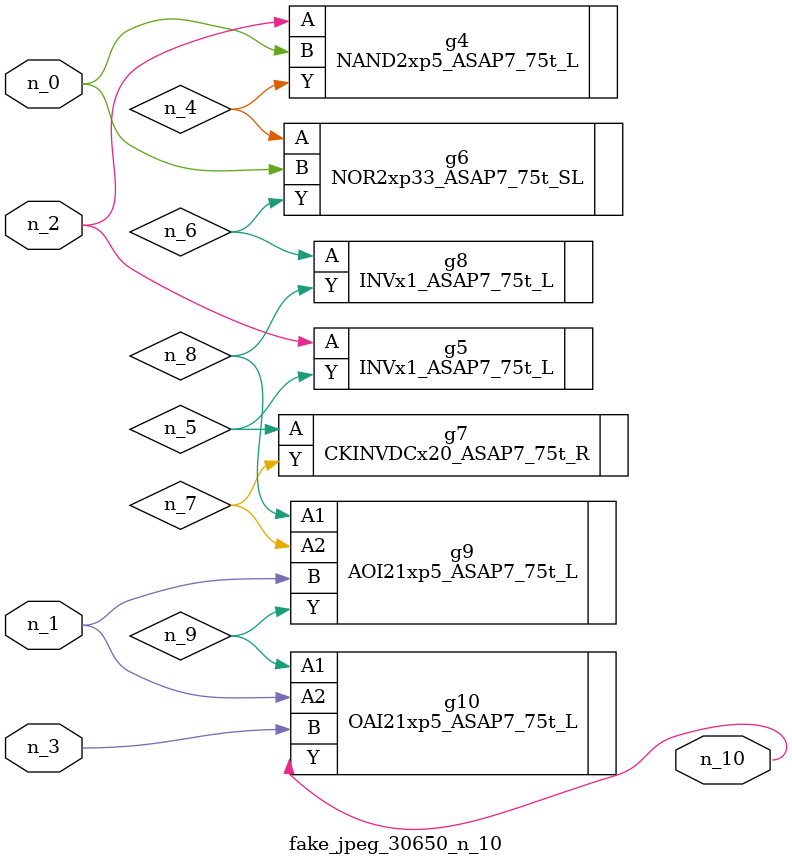
<source format=v>
module fake_jpeg_30650_n_10 (n_0, n_3, n_2, n_1, n_10);

input n_0;
input n_3;
input n_2;
input n_1;

output n_10;

wire n_4;
wire n_8;
wire n_9;
wire n_6;
wire n_5;
wire n_7;

NAND2xp5_ASAP7_75t_L g4 ( 
.A(n_2),
.B(n_0),
.Y(n_4)
);

INVx1_ASAP7_75t_L g5 ( 
.A(n_2),
.Y(n_5)
);

NOR2xp33_ASAP7_75t_SL g6 ( 
.A(n_4),
.B(n_0),
.Y(n_6)
);

INVx1_ASAP7_75t_L g8 ( 
.A(n_6),
.Y(n_8)
);

CKINVDCx20_ASAP7_75t_R g7 ( 
.A(n_5),
.Y(n_7)
);

AOI21xp5_ASAP7_75t_L g9 ( 
.A1(n_8),
.A2(n_7),
.B(n_1),
.Y(n_9)
);

OAI21xp5_ASAP7_75t_L g10 ( 
.A1(n_9),
.A2(n_1),
.B(n_3),
.Y(n_10)
);


endmodule
</source>
